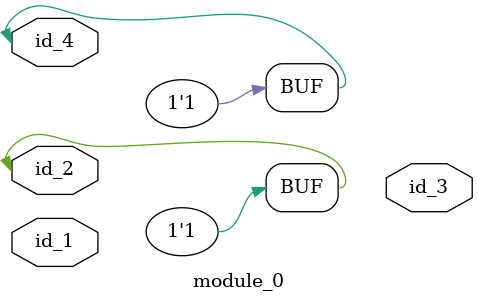
<source format=v>
`timescale 1ps / 1ps
module module_0 (
    id_1,
    id_2,
    id_3,
    id_4
);
  inout id_4;
  output id_3;
  inout id_2;
  input id_1;
  assign id_2 = 1;
  assign id_4 = 1;
endmodule

</source>
